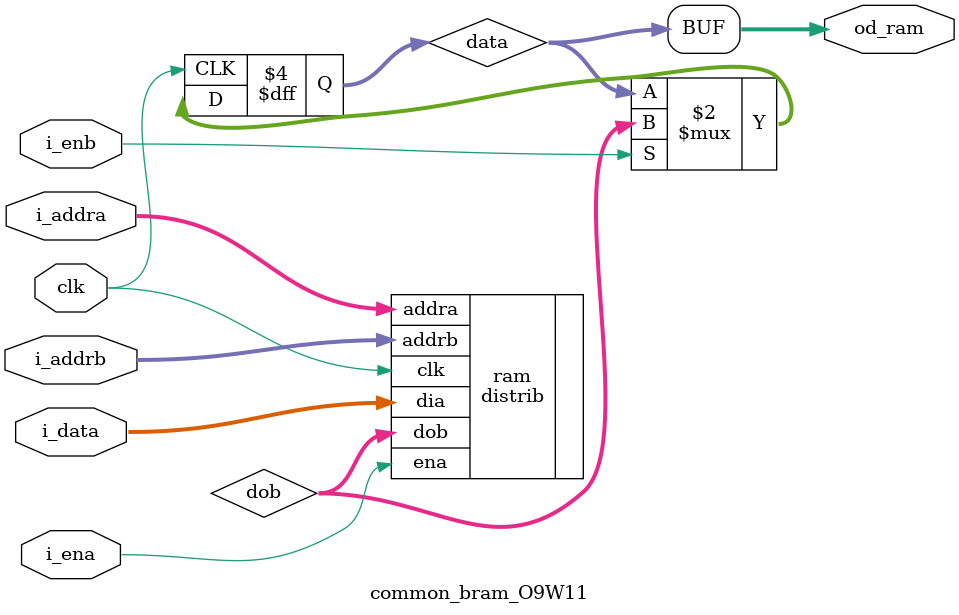
<source format=sv>
`timescale 100ps/100ps

(* keep_hierarchy = "yes" *) module common_bram_O9W11 (
    input  bit clk,
    input  bit i_ena,
    input  bit [8:0] i_addra,
    input  bit [10:0] i_data,
    input  bit i_enb,
    input  bit [8:0] i_addrb,
    output bit [10:0] od_ram
);


///////////////////////////////////////////////////////////
///////////////////////////////////////////////////////////
bit [10:0] data;
bit [10:0] dob;

distrib #(
    .ORDER               (9),
    .WIDTH               (11))
ram (
    .clk                 (clk),
    .ena                 (i_ena),
    .addra               (i_addra),
    .dia                 (i_data),
    .addrb               (i_addrb),
    .dob                 (dob));


///////////////////////////////////////////////////////////
///////////////////////////////////////////////////////////
always_ff @(posedge clk)
begin
    if (i_enb) begin
        data <= dob;
    end
end
assign od_ram = data;

endmodule
</source>
